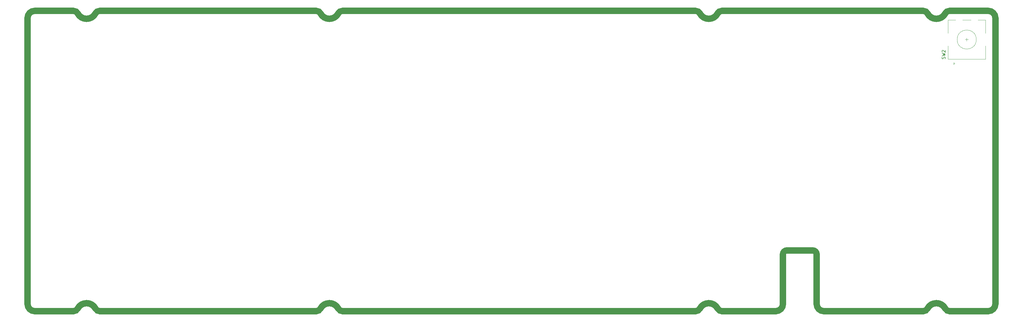
<source format=gbr>
G04 #@! TF.GenerationSoftware,KiCad,Pcbnew,(5.1.10)-1*
G04 #@! TF.CreationDate,2021-10-07T10:15:39+07:00*
G04 #@! TF.ProjectId,averange65,61766572-616e-4676-9536-352e6b696361,rev?*
G04 #@! TF.SameCoordinates,Original*
G04 #@! TF.FileFunction,Legend,Top*
G04 #@! TF.FilePolarity,Positive*
%FSLAX46Y46*%
G04 Gerber Fmt 4.6, Leading zero omitted, Abs format (unit mm)*
G04 Created by KiCad (PCBNEW (5.1.10)-1) date 2021-10-07 10:15:39*
%MOMM*%
%LPD*%
G01*
G04 APERTURE LIST*
%ADD10C,2.000000*%
%ADD11C,0.120000*%
%ADD12C,0.150000*%
G04 APERTURE END LIST*
D10*
X99213346Y-133142185D02*
X210028626Y-133141996D01*
X97882830Y-132334808D02*
G75*
G03*
X99213346Y-133142185I1330516J692623D01*
G01*
X97882830Y-132334808D02*
G75*
G03*
X92297204Y-132335797I-2792555J-1457440D01*
G01*
X90966126Y-133142248D02*
G75*
G03*
X92297204Y-132335797I1044J1500000D01*
G01*
X23012337Y-133142626D02*
X90966126Y-133142626D01*
X21681821Y-132334745D02*
G75*
G03*
X16096195Y-132335734I-2792555J-1457440D01*
G01*
X21681821Y-132334745D02*
G75*
G03*
X23012337Y-133142122I1330516J692623D01*
G01*
X14765117Y-133142185D02*
G75*
G03*
X16096195Y-132335734I1044J1500000D01*
G01*
X14765117Y-133142311D02*
X2613223Y-133142311D01*
X23012337Y-38942374D02*
X90966126Y-38942374D01*
X90966126Y-38942374D02*
G75*
G02*
X92297204Y-39748825I1044J-1500000D01*
G01*
X97882830Y-39749814D02*
G75*
G02*
X99213346Y-38942437I1330516J-692623D01*
G01*
X97882830Y-39749814D02*
G75*
G02*
X92297204Y-39748825I-2792555J1457440D01*
G01*
X210028626Y-38942374D02*
X99213346Y-38942437D01*
X216945330Y-39749814D02*
G75*
G02*
X218275846Y-38942437I1330516J-692623D01*
G01*
X216945330Y-39749814D02*
G75*
G02*
X211359704Y-39748825I-2792555J1457440D01*
G01*
X210028626Y-38942374D02*
G75*
G02*
X211359704Y-39748825I1044J-1500000D01*
G01*
X281467135Y-38942437D02*
X218275846Y-38942437D01*
X289713346Y-133142311D02*
X301866250Y-133142374D01*
X304116250Y-130892374D02*
G75*
G02*
X301866250Y-133142374I-2250000J0D01*
G01*
X281466126Y-133142374D02*
X250265241Y-133142437D01*
X248015241Y-115342437D02*
X248015241Y-130892437D01*
X248015241Y-115342437D02*
G75*
G03*
X246765241Y-114092437I-1250000J0D01*
G01*
X238690241Y-114092437D02*
X246765241Y-114092437D01*
X237440241Y-115342437D02*
G75*
G02*
X238690241Y-114092437I1250000J0D01*
G01*
X237440241Y-130892185D02*
X237440241Y-115342185D01*
X248015241Y-130892437D02*
G75*
G03*
X250265241Y-133142437I2250000J0D01*
G01*
X235190241Y-133142185D02*
G75*
G03*
X237440241Y-130892185I0J2250000D01*
G01*
X218275846Y-133142185D02*
X235190241Y-133142185D01*
X288382830Y-132334934D02*
G75*
G03*
X289713346Y-133142311I1330516J692623D01*
G01*
X281466126Y-133142374D02*
G75*
G03*
X282797204Y-132335923I1044J1500000D01*
G01*
X288382830Y-132334934D02*
G75*
G03*
X282797204Y-132335923I-2792555J-1457440D01*
G01*
X210028626Y-133142248D02*
G75*
G03*
X211359704Y-132335797I1044J1500000D01*
G01*
X216945330Y-132334808D02*
G75*
G03*
X211359704Y-132335797I-2792555J-1457440D01*
G01*
X216945330Y-132334808D02*
G75*
G03*
X218275846Y-133142185I1330516J692623D01*
G01*
X363223Y-130892311D02*
G75*
G03*
X2613223Y-133142311I2250000J0D01*
G01*
X304116250Y-41192500D02*
X304116250Y-130892500D01*
X301866250Y-38942500D02*
G75*
G02*
X304116250Y-41192500I0J-2250000D01*
G01*
X289713346Y-38942437D02*
X301866250Y-38942500D01*
X281466126Y-38942374D02*
G75*
G02*
X282797204Y-39748825I1044J-1500000D01*
G01*
X288382830Y-39749814D02*
G75*
G02*
X289713346Y-38942437I1330516J-692623D01*
G01*
X288382830Y-39749814D02*
G75*
G02*
X282797204Y-39748825I-2792555J1457440D01*
G01*
X21681821Y-39749751D02*
G75*
G02*
X23012337Y-38942374I1330516J-692623D01*
G01*
X21681821Y-39749751D02*
G75*
G02*
X16096195Y-39748762I-2792555J1457440D01*
G01*
X14765117Y-38942311D02*
G75*
G02*
X16096195Y-39748762I1044J-1500000D01*
G01*
X14765117Y-38942311D02*
X2613223Y-38942311D01*
X363223Y-130892311D02*
X363223Y-41192311D01*
X363223Y-41192311D02*
G75*
G02*
X2613223Y-38942311I2250000J0D01*
G01*
D11*
X298116250Y-47942500D02*
G75*
G03*
X298116250Y-47942500I-3000000J0D01*
G01*
X289216250Y-45942500D02*
X289216250Y-41842500D01*
X301016250Y-41842500D02*
X301016250Y-45942500D01*
X301016250Y-49942500D02*
X301016250Y-54042500D01*
X289216250Y-49942500D02*
X289216250Y-54042500D01*
X289216250Y-54042500D02*
X301016250Y-54042500D01*
X291316250Y-55442500D02*
X291016250Y-55742500D01*
X291016250Y-55742500D02*
X291016250Y-55142500D01*
X291016250Y-55142500D02*
X291316250Y-55442500D01*
X289216250Y-41842500D02*
X291616250Y-41842500D01*
X293816250Y-41842500D02*
X296416250Y-41842500D01*
X298616250Y-41842500D02*
X301016250Y-41842500D01*
X294616250Y-47942500D02*
X295616250Y-47942500D01*
X295116250Y-48442500D02*
X295116250Y-47442500D01*
D12*
X288321011Y-53975833D02*
X288368630Y-53832976D01*
X288368630Y-53594880D01*
X288321011Y-53499642D01*
X288273392Y-53452023D01*
X288178154Y-53404404D01*
X288082916Y-53404404D01*
X287987678Y-53452023D01*
X287940059Y-53499642D01*
X287892440Y-53594880D01*
X287844821Y-53785357D01*
X287797202Y-53880595D01*
X287749583Y-53928214D01*
X287654345Y-53975833D01*
X287559107Y-53975833D01*
X287463869Y-53928214D01*
X287416250Y-53880595D01*
X287368630Y-53785357D01*
X287368630Y-53547261D01*
X287416250Y-53404404D01*
X287368630Y-53071071D02*
X288368630Y-52832976D01*
X287654345Y-52642500D01*
X288368630Y-52452023D01*
X287368630Y-52213928D01*
X287463869Y-51880595D02*
X287416250Y-51832976D01*
X287368630Y-51737738D01*
X287368630Y-51499642D01*
X287416250Y-51404404D01*
X287463869Y-51356785D01*
X287559107Y-51309166D01*
X287654345Y-51309166D01*
X287797202Y-51356785D01*
X288368630Y-51928214D01*
X288368630Y-51309166D01*
M02*

</source>
